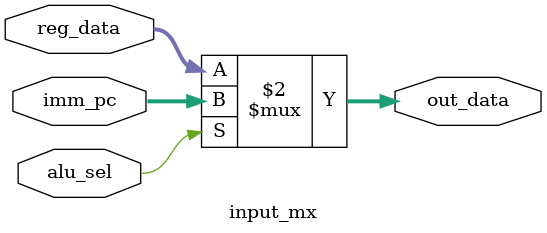
<source format=v>
`include "define.vh"

module input_mx(
    input wire alu_sel,
    input wire[31:0] reg_data, imm_pc,
    output wire[31:0] out_data
  );
  assign out_data = (alu_sel == 1'b1) ? imm_pc : reg_data;
endmodule

</source>
